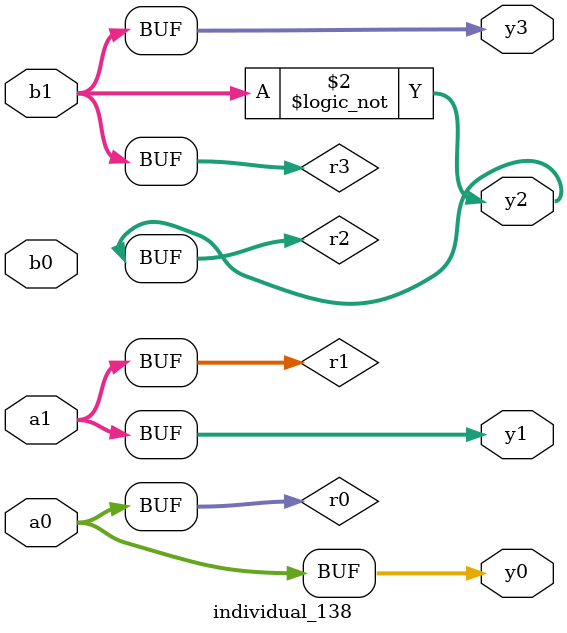
<source format=sv>
module individual_138(input logic [15:0] a1, input logic [15:0] a0, input logic [15:0] b1, input logic [15:0] b0, output logic [15:0] y3, output logic [15:0] y2, output logic [15:0] y1, output logic [15:0] y0);
logic [15:0] r0, r1, r2, r3; 
 always@(*) begin 
	 r0 = a0; r1 = a1; r2 = b0; r3 = b1; 
 	 r2 = ! r3 ;
 	 y3 = r3; y2 = r2; y1 = r1; y0 = r0; 
end
endmodule
</source>
